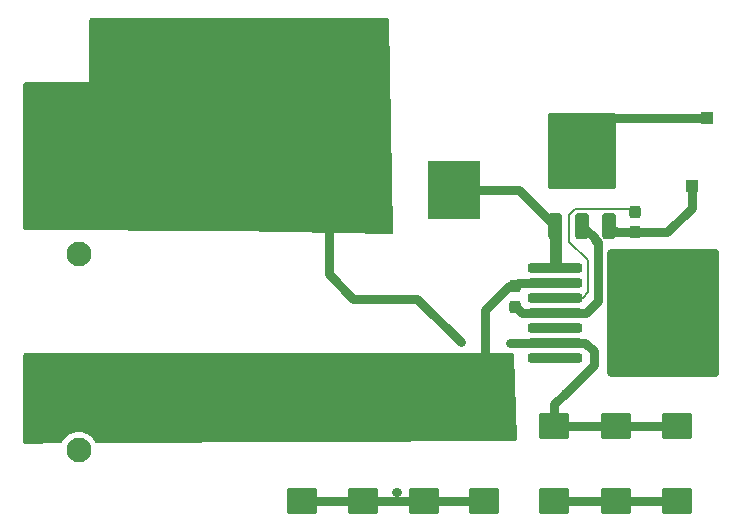
<source format=gtl>
G04 #@! TF.GenerationSoftware,KiCad,Pcbnew,8.0.5*
G04 #@! TF.CreationDate,2025-01-14T00:03:47-08:00*
G04 #@! TF.ProjectId,12v converter,31327620-636f-46e7-9665-727465722e6b,rev?*
G04 #@! TF.SameCoordinates,Original*
G04 #@! TF.FileFunction,Copper,L1,Top*
G04 #@! TF.FilePolarity,Positive*
%FSLAX46Y46*%
G04 Gerber Fmt 4.6, Leading zero omitted, Abs format (unit mm)*
G04 Created by KiCad (PCBNEW 8.0.5) date 2025-01-14 00:03:47*
%MOMM*%
%LPD*%
G01*
G04 APERTURE LIST*
G04 Aperture macros list*
%AMRoundRect*
0 Rectangle with rounded corners*
0 $1 Rounding radius*
0 $2 $3 $4 $5 $6 $7 $8 $9 X,Y pos of 4 corners*
0 Add a 4 corners polygon primitive as box body*
4,1,4,$2,$3,$4,$5,$6,$7,$8,$9,$2,$3,0*
0 Add four circle primitives for the rounded corners*
1,1,$1+$1,$2,$3*
1,1,$1+$1,$4,$5*
1,1,$1+$1,$6,$7*
1,1,$1+$1,$8,$9*
0 Add four rect primitives between the rounded corners*
20,1,$1+$1,$2,$3,$4,$5,0*
20,1,$1+$1,$4,$5,$6,$7,0*
20,1,$1+$1,$6,$7,$8,$9,0*
20,1,$1+$1,$8,$9,$2,$3,0*%
G04 Aperture macros list end*
G04 #@! TA.AperFunction,SMDPad,CuDef*
%ADD10RoundRect,0.200000X-2.100000X-0.200000X2.100000X-0.200000X2.100000X0.200000X-2.100000X0.200000X0*%
G04 #@! TD*
G04 #@! TA.AperFunction,SMDPad,CuDef*
%ADD11RoundRect,0.250000X-2.025000X-2.375000X2.025000X-2.375000X2.025000X2.375000X-2.025000X2.375000X0*%
G04 #@! TD*
G04 #@! TA.AperFunction,SMDPad,CuDef*
%ADD12RoundRect,0.250002X-4.449998X-5.149998X4.449998X-5.149998X4.449998X5.149998X-4.449998X5.149998X0*%
G04 #@! TD*
G04 #@! TA.AperFunction,ComponentPad*
%ADD13R,2.100000X2.100000*%
G04 #@! TD*
G04 #@! TA.AperFunction,ComponentPad*
%ADD14C,2.100000*%
G04 #@! TD*
G04 #@! TA.AperFunction,SMDPad,CuDef*
%ADD15RoundRect,0.250000X-1.025000X0.875000X-1.025000X-0.875000X1.025000X-0.875000X1.025000X0.875000X0*%
G04 #@! TD*
G04 #@! TA.AperFunction,SMDPad,CuDef*
%ADD16R,4.500000X5.000000*%
G04 #@! TD*
G04 #@! TA.AperFunction,SMDPad,CuDef*
%ADD17R,1.000000X1.000000*%
G04 #@! TD*
G04 #@! TA.AperFunction,SMDPad,CuDef*
%ADD18RoundRect,0.237500X-0.237500X0.300000X-0.237500X-0.300000X0.237500X-0.300000X0.237500X0.300000X0*%
G04 #@! TD*
G04 #@! TA.AperFunction,SMDPad,CuDef*
%ADD19RoundRect,0.250000X0.350000X-0.850000X0.350000X0.850000X-0.350000X0.850000X-0.350000X-0.850000X0*%
G04 #@! TD*
G04 #@! TA.AperFunction,SMDPad,CuDef*
%ADD20RoundRect,0.250000X1.125000X-1.275000X1.125000X1.275000X-1.125000X1.275000X-1.125000X-1.275000X0*%
G04 #@! TD*
G04 #@! TA.AperFunction,SMDPad,CuDef*
%ADD21RoundRect,0.249997X2.650003X-2.950003X2.650003X2.950003X-2.650003X2.950003X-2.650003X-2.950003X0*%
G04 #@! TD*
G04 #@! TA.AperFunction,ViaPad*
%ADD22C,0.600000*%
G04 #@! TD*
G04 #@! TA.AperFunction,Conductor*
%ADD23C,0.800000*%
G04 #@! TD*
G04 #@! TA.AperFunction,Conductor*
%ADD24C,0.200000*%
G04 #@! TD*
G04 #@! TA.AperFunction,Conductor*
%ADD25C,1.000000*%
G04 #@! TD*
G04 APERTURE END LIST*
D10*
X164150000Y-107390000D03*
X164150000Y-108660000D03*
X164150001Y-109930000D03*
X164150000Y-111200000D03*
X164150001Y-112470000D03*
X164150000Y-113740000D03*
X164150000Y-115010000D03*
D11*
X170875000Y-108425000D03*
X170875000Y-113975000D03*
D12*
X173300000Y-111200000D03*
D11*
X175725000Y-108425000D03*
X175725000Y-113975000D03*
D13*
X132784364Y-116473208D03*
D14*
X123784364Y-122823208D03*
D15*
X153000000Y-120750000D03*
X153000000Y-127150000D03*
D16*
X145043802Y-100769343D03*
X155543804Y-100769343D03*
D17*
X142250000Y-117150000D03*
D15*
X174450000Y-120750000D03*
X174450000Y-127150000D03*
X169250000Y-120750000D03*
X169250000Y-127150000D03*
X142700000Y-120750000D03*
X142700000Y-127150000D03*
X147900000Y-120741314D03*
X147900000Y-127141314D03*
D17*
X175700000Y-100450000D03*
D13*
X132788785Y-99898090D03*
D14*
X123788785Y-106248090D03*
D18*
X160693884Y-108947499D03*
X160693884Y-110672501D03*
X170925000Y-102649998D03*
X170925000Y-104375000D03*
D15*
X164050000Y-120750000D03*
X164050000Y-127150000D03*
D17*
X144900000Y-89250000D03*
D15*
X158100000Y-120750000D03*
X158100000Y-127150000D03*
D19*
X164143221Y-103818560D03*
X168703220Y-103818559D03*
X166423221Y-103818559D03*
D20*
X164898221Y-99193559D03*
X167948221Y-99193559D03*
D21*
X166423221Y-97518559D03*
D20*
X164898222Y-95843559D03*
X167948221Y-95843559D03*
D17*
X177000000Y-94675000D03*
D22*
X160332793Y-113740000D03*
X156116974Y-113716974D03*
X164000000Y-98800000D03*
X168800000Y-100200000D03*
X145300000Y-127150000D03*
X164000000Y-94800000D03*
X166423221Y-97518559D03*
X166400000Y-94800000D03*
X168800000Y-98800000D03*
X150600000Y-127150000D03*
X164000000Y-96200000D03*
X171850000Y-127150000D03*
X166400000Y-96200000D03*
X166650000Y-127150000D03*
X166423221Y-97518559D03*
X168800000Y-97600000D03*
X162800000Y-111200000D03*
X166423221Y-97518559D03*
X164000000Y-100200000D03*
X155700000Y-127150000D03*
X164000000Y-97600000D03*
X168800000Y-96200000D03*
X166400000Y-100200000D03*
X166400000Y-98800000D03*
X168800000Y-94800000D03*
X164143221Y-103818560D03*
X168703220Y-103818559D03*
D23*
X164050000Y-120750000D02*
X164050000Y-118950000D01*
X164050000Y-118950000D02*
X165100000Y-117900000D01*
X175700000Y-100450000D02*
X175700000Y-102300000D01*
X175700000Y-102300000D02*
X173625000Y-104375000D01*
X173625000Y-104375000D02*
X170925000Y-104375000D01*
X165000000Y-118000000D02*
X165100000Y-117900000D01*
X160693884Y-108947499D02*
X160218884Y-108947499D01*
X158200000Y-120650000D02*
X158100000Y-120750000D01*
X160218884Y-108947499D02*
X158200000Y-110966383D01*
X158200000Y-110966383D02*
X158200000Y-120650000D01*
D24*
X165325000Y-105175000D02*
X166925000Y-106775000D01*
X165325000Y-102932036D02*
X165325000Y-105175000D01*
X165838477Y-102418559D02*
X165325000Y-102932036D01*
X166925000Y-109455001D02*
X166450001Y-109930000D01*
X170925000Y-102649998D02*
X170693561Y-102418559D01*
X166925000Y-106775000D02*
X166925000Y-109455001D01*
X170693561Y-102418559D02*
X165838477Y-102418559D01*
X166450001Y-109930000D02*
X164150001Y-109930000D01*
X166450001Y-113740000D02*
X164150000Y-113740000D01*
D23*
X144949999Y-107949999D02*
X144949999Y-101654669D01*
X167400000Y-115600000D02*
X167400000Y-114461544D01*
X152400000Y-110000000D02*
X147000000Y-110000000D01*
X156116974Y-113716974D02*
X152400000Y-110000000D01*
X169250000Y-120750000D02*
X174450000Y-120750000D01*
X164150000Y-113740000D02*
X160332793Y-113740000D01*
X144949999Y-101654669D02*
X145004668Y-101600000D01*
X147000000Y-110000000D02*
X144949999Y-107949999D01*
X166678456Y-113740000D02*
X164150000Y-113740000D01*
X165100000Y-117900000D02*
X167400000Y-115600000D01*
X164050000Y-120750000D02*
X169250000Y-120750000D01*
X167400000Y-114461544D02*
X166678456Y-113740000D01*
X169250000Y-127150000D02*
X174450000Y-127150000D01*
X145300000Y-127150000D02*
X147891314Y-127150000D01*
X167725000Y-110175000D02*
X166700000Y-111200000D01*
X150691314Y-126391314D02*
X150700000Y-126400000D01*
X167503220Y-104898558D02*
X167503220Y-105027568D01*
X155700000Y-127150000D02*
X158100000Y-127150000D01*
X161301319Y-111200000D02*
X164100000Y-111200000D01*
X147991314Y-126400000D02*
X148000000Y-126391314D01*
X164050000Y-127150000D02*
X169250000Y-127150000D01*
X167725000Y-105249349D02*
X167725000Y-110175000D01*
X167503220Y-105027568D02*
X167725000Y-105249349D01*
D24*
X163829662Y-94925000D02*
X166423221Y-97518559D01*
D23*
X177000000Y-94675000D02*
X169116780Y-94675000D01*
X160693884Y-110592565D02*
X161301319Y-111200000D01*
X142700000Y-127150000D02*
X145300000Y-127150000D01*
X164100000Y-111200000D02*
X164150000Y-111200000D01*
X150600000Y-127150000D02*
X153000000Y-127150000D01*
X147900000Y-127141314D02*
X150591314Y-127141314D01*
X166700000Y-111200000D02*
X164150000Y-111200000D01*
X153000000Y-127150000D02*
X155700000Y-127150000D01*
D24*
X169116780Y-94675000D02*
X167948221Y-95843559D01*
D23*
X166423221Y-103818559D02*
X167503220Y-104898558D01*
X160981383Y-108660000D02*
X164150000Y-108659999D01*
X160693884Y-108947499D02*
X160981383Y-108660000D01*
D25*
X164143221Y-103818560D02*
X164175001Y-103850340D01*
D23*
X163961781Y-104000000D02*
X164143221Y-103818560D01*
X169259661Y-104375000D02*
X168703220Y-103818559D01*
X161094004Y-100769343D02*
X164143221Y-103818560D01*
X155543804Y-100769343D02*
X161094004Y-100769343D01*
X170925000Y-104374999D02*
X169259661Y-104375000D01*
D25*
X164175001Y-103850340D02*
X164175001Y-107365000D01*
G04 #@! TA.AperFunction,Conductor*
G36*
X160141207Y-114620032D02*
G01*
X160229132Y-114637522D01*
X160244101Y-114640500D01*
X160562050Y-114640500D01*
X160629089Y-114660185D01*
X160674844Y-114712989D01*
X160686011Y-114761392D01*
X160865678Y-121928170D01*
X160847680Y-121995682D01*
X160796039Y-122042746D01*
X160742383Y-122055276D01*
X125306878Y-122245595D01*
X125239734Y-122226271D01*
X125193696Y-122173714D01*
X125191659Y-122169070D01*
X125170141Y-122117119D01*
X125132243Y-122055276D01*
X125042626Y-121909034D01*
X125042625Y-121909031D01*
X125006817Y-121867105D01*
X124884123Y-121723449D01*
X124761427Y-121618657D01*
X124698540Y-121564946D01*
X124698537Y-121564945D01*
X124490453Y-121437430D01*
X124264982Y-121344038D01*
X124264985Y-121344038D01*
X124159356Y-121318678D01*
X124027666Y-121287062D01*
X124027664Y-121287061D01*
X124027661Y-121287061D01*
X123784364Y-121267914D01*
X123541066Y-121287061D01*
X123303744Y-121344038D01*
X123078274Y-121437430D01*
X122870190Y-121564945D01*
X122870187Y-121564946D01*
X122684605Y-121723449D01*
X122526102Y-121909031D01*
X122526101Y-121909034D01*
X122398587Y-122117116D01*
X122370289Y-122185435D01*
X122326447Y-122239838D01*
X122260153Y-122261902D01*
X122256394Y-122261979D01*
X119236594Y-122278198D01*
X119169450Y-122258874D01*
X119123412Y-122206317D01*
X119111928Y-122154200D01*
X119111928Y-114750562D01*
X119131613Y-114683523D01*
X119184417Y-114637768D01*
X119235895Y-114626563D01*
X160117011Y-114617652D01*
X160141207Y-114620032D01*
G37*
G04 #@! TD.AperFunction*
G04 #@! TA.AperFunction,Conductor*
G36*
X150018311Y-86267200D02*
G01*
X150064066Y-86320004D01*
X150075250Y-86369157D01*
X150418538Y-104420446D01*
X150400131Y-104487848D01*
X150348207Y-104534599D01*
X150291883Y-104546775D01*
X136818544Y-104255876D01*
X119235450Y-104188126D01*
X119168487Y-104168183D01*
X119122936Y-104115203D01*
X119111928Y-104064127D01*
X119111928Y-91824000D01*
X119131613Y-91756961D01*
X119184417Y-91711206D01*
X119235928Y-91700000D01*
X124700000Y-91700000D01*
X124700000Y-86371515D01*
X124719685Y-86304476D01*
X124772489Y-86258721D01*
X124824000Y-86247515D01*
X149951272Y-86247515D01*
X150018311Y-86267200D01*
G37*
G04 #@! TD.AperFunction*
M02*

</source>
